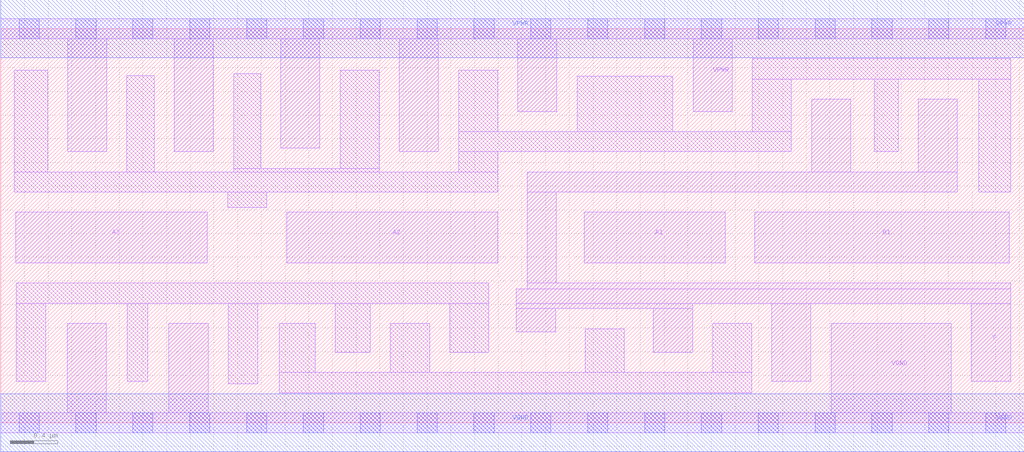
<source format=lef>
# Copyright 2020 The SkyWater PDK Authors
#
# Licensed under the Apache License, Version 2.0 (the "License");
# you may not use this file except in compliance with the License.
# You may obtain a copy of the License at
#
#     https://www.apache.org/licenses/LICENSE-2.0
#
# Unless required by applicable law or agreed to in writing, software
# distributed under the License is distributed on an "AS IS" BASIS,
# WITHOUT WARRANTIES OR CONDITIONS OF ANY KIND, either express or implied.
# See the License for the specific language governing permissions and
# limitations under the License.
#
# SPDX-License-Identifier: Apache-2.0

VERSION 5.7 ;
  NAMESCASESENSITIVE ON ;
  NOWIREEXTENSIONATPIN ON ;
  DIVIDERCHAR "/" ;
  BUSBITCHARS "[]" ;
UNITS
  DATABASE MICRONS 200 ;
END UNITS
MACRO sky130_fd_sc_ls__a31oi_4
  CLASS CORE ;
  SOURCE USER ;
  FOREIGN sky130_fd_sc_ls__a31oi_4 ;
  ORIGIN  0.000000  0.000000 ;
  SIZE  8.640000 BY  3.330000 ;
  SYMMETRY X Y ;
  SITE unit ;
  PIN A1
    ANTENNAGATEAREA  1.116000 ;
    DIRECTION INPUT ;
    USE SIGNAL ;
    PORT
      LAYER li1 ;
        RECT 4.925000 1.350000 6.115000 1.780000 ;
    END
  END A1
  PIN A2
    ANTENNAGATEAREA  1.116000 ;
    DIRECTION INPUT ;
    USE SIGNAL ;
    PORT
      LAYER li1 ;
        RECT 2.415000 1.350000 4.195000 1.780000 ;
    END
  END A2
  PIN A3
    ANTENNAGATEAREA  1.116000 ;
    DIRECTION INPUT ;
    USE SIGNAL ;
    PORT
      LAYER li1 ;
        RECT 0.125000 1.350000 1.745000 1.780000 ;
    END
  END A3
  PIN B1
    ANTENNAGATEAREA  0.894000 ;
    DIRECTION INPUT ;
    USE SIGNAL ;
    PORT
      LAYER li1 ;
        RECT 6.365000 1.350000 8.515000 1.780000 ;
    END
  END B1
  PIN Y
    ANTENNADIFFAREA  1.621350 ;
    DIRECTION OUTPUT ;
    USE SIGNAL ;
    PORT
      LAYER li1 ;
        RECT 4.350000 0.770000 4.685000 0.965000 ;
        RECT 4.350000 0.965000 5.840000 1.010000 ;
        RECT 4.350000 1.010000 8.525000 1.130000 ;
        RECT 4.445000 1.130000 8.525000 1.180000 ;
        RECT 4.445000 1.180000 4.690000 1.950000 ;
        RECT 4.445000 1.950000 8.075000 2.120000 ;
        RECT 5.510000 0.595000 5.840000 0.965000 ;
        RECT 6.510000 0.350000 6.840000 1.010000 ;
        RECT 6.845000 2.120000 7.175000 2.735000 ;
        RECT 7.745000 2.120000 8.075000 2.735000 ;
        RECT 8.195000 0.350000 8.525000 1.010000 ;
    END
  END Y
  PIN VGND
    DIRECTION INOUT ;
    SHAPE ABUTMENT ;
    USE GROUND ;
    PORT
      LAYER li1 ;
        RECT 0.000000 -0.085000 8.640000 0.085000 ;
        RECT 0.560000  0.085000 0.890000 0.840000 ;
        RECT 1.420000  0.085000 1.750000 0.840000 ;
        RECT 7.010000  0.085000 8.025000 0.840000 ;
      LAYER mcon ;
        RECT 0.155000 -0.085000 0.325000 0.085000 ;
        RECT 0.635000 -0.085000 0.805000 0.085000 ;
        RECT 1.115000 -0.085000 1.285000 0.085000 ;
        RECT 1.595000 -0.085000 1.765000 0.085000 ;
        RECT 2.075000 -0.085000 2.245000 0.085000 ;
        RECT 2.555000 -0.085000 2.725000 0.085000 ;
        RECT 3.035000 -0.085000 3.205000 0.085000 ;
        RECT 3.515000 -0.085000 3.685000 0.085000 ;
        RECT 3.995000 -0.085000 4.165000 0.085000 ;
        RECT 4.475000 -0.085000 4.645000 0.085000 ;
        RECT 4.955000 -0.085000 5.125000 0.085000 ;
        RECT 5.435000 -0.085000 5.605000 0.085000 ;
        RECT 5.915000 -0.085000 6.085000 0.085000 ;
        RECT 6.395000 -0.085000 6.565000 0.085000 ;
        RECT 6.875000 -0.085000 7.045000 0.085000 ;
        RECT 7.355000 -0.085000 7.525000 0.085000 ;
        RECT 7.835000 -0.085000 8.005000 0.085000 ;
        RECT 8.315000 -0.085000 8.485000 0.085000 ;
      LAYER met1 ;
        RECT 0.000000 -0.245000 8.640000 0.245000 ;
    END
  END VGND
  PIN VPWR
    DIRECTION INOUT ;
    SHAPE ABUTMENT ;
    USE POWER ;
    PORT
      LAYER li1 ;
        RECT 0.000000 3.245000 8.640000 3.415000 ;
        RECT 0.565000 2.290000 0.895000 3.245000 ;
        RECT 1.465000 2.290000 1.795000 3.245000 ;
        RECT 2.365000 2.320000 2.695000 3.245000 ;
        RECT 3.365000 2.290000 3.695000 3.245000 ;
        RECT 4.365000 2.630000 4.695000 3.245000 ;
        RECT 5.845000 2.630000 6.175000 3.245000 ;
      LAYER mcon ;
        RECT 0.155000 3.245000 0.325000 3.415000 ;
        RECT 0.635000 3.245000 0.805000 3.415000 ;
        RECT 1.115000 3.245000 1.285000 3.415000 ;
        RECT 1.595000 3.245000 1.765000 3.415000 ;
        RECT 2.075000 3.245000 2.245000 3.415000 ;
        RECT 2.555000 3.245000 2.725000 3.415000 ;
        RECT 3.035000 3.245000 3.205000 3.415000 ;
        RECT 3.515000 3.245000 3.685000 3.415000 ;
        RECT 3.995000 3.245000 4.165000 3.415000 ;
        RECT 4.475000 3.245000 4.645000 3.415000 ;
        RECT 4.955000 3.245000 5.125000 3.415000 ;
        RECT 5.435000 3.245000 5.605000 3.415000 ;
        RECT 5.915000 3.245000 6.085000 3.415000 ;
        RECT 6.395000 3.245000 6.565000 3.415000 ;
        RECT 6.875000 3.245000 7.045000 3.415000 ;
        RECT 7.355000 3.245000 7.525000 3.415000 ;
        RECT 7.835000 3.245000 8.005000 3.415000 ;
        RECT 8.315000 3.245000 8.485000 3.415000 ;
      LAYER met1 ;
        RECT 0.000000 3.085000 8.640000 3.575000 ;
    END
  END VPWR
  OBS
    LAYER li1 ;
      RECT 0.115000 1.950000 4.195000 2.120000 ;
      RECT 0.115000 2.120000 0.395000 2.980000 ;
      RECT 0.130000 0.350000 0.380000 1.010000 ;
      RECT 0.130000 1.010000 4.120000 1.180000 ;
      RECT 1.065000 2.120000 1.295000 2.935000 ;
      RECT 1.070000 0.350000 1.240000 1.010000 ;
      RECT 1.915000 1.820000 2.245000 1.950000 ;
      RECT 1.920000 0.330000 2.170000 1.010000 ;
      RECT 1.965000 2.120000 3.195000 2.150000 ;
      RECT 1.965000 2.150000 2.195000 2.950000 ;
      RECT 2.350000 0.255000 6.340000 0.425000 ;
      RECT 2.350000 0.425000 2.655000 0.840000 ;
      RECT 2.825000 0.595000 3.120000 1.010000 ;
      RECT 2.865000 2.150000 3.195000 2.980000 ;
      RECT 3.290000 0.425000 3.620000 0.840000 ;
      RECT 3.790000 0.595000 4.120000 1.010000 ;
      RECT 3.865000 2.120000 4.195000 2.290000 ;
      RECT 3.865000 2.290000 6.675000 2.460000 ;
      RECT 3.865000 2.460000 4.195000 2.980000 ;
      RECT 4.865000 2.460000 5.675000 2.930000 ;
      RECT 4.935000 0.425000 5.265000 0.795000 ;
      RECT 6.010000 0.425000 6.340000 0.840000 ;
      RECT 6.345000 2.460000 6.675000 2.905000 ;
      RECT 6.345000 2.905000 8.525000 3.075000 ;
      RECT 7.375000 2.290000 7.575000 2.905000 ;
      RECT 8.255000 1.950000 8.525000 2.905000 ;
  END
END sky130_fd_sc_ls__a31oi_4

</source>
